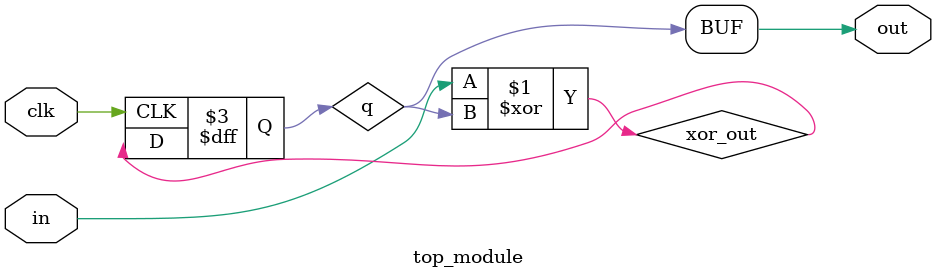
<source format=sv>
module top_module (
    input clk,
    input in,
    output logic out
);
    wire xor_out;
    logic q;

    // XOR gate
    assign xor_out = in ^ q;

    // D Flip-Flop
    always @(posedge clk) begin
        q <= xor_out;
    end

    assign out = q;
endmodule

</source>
